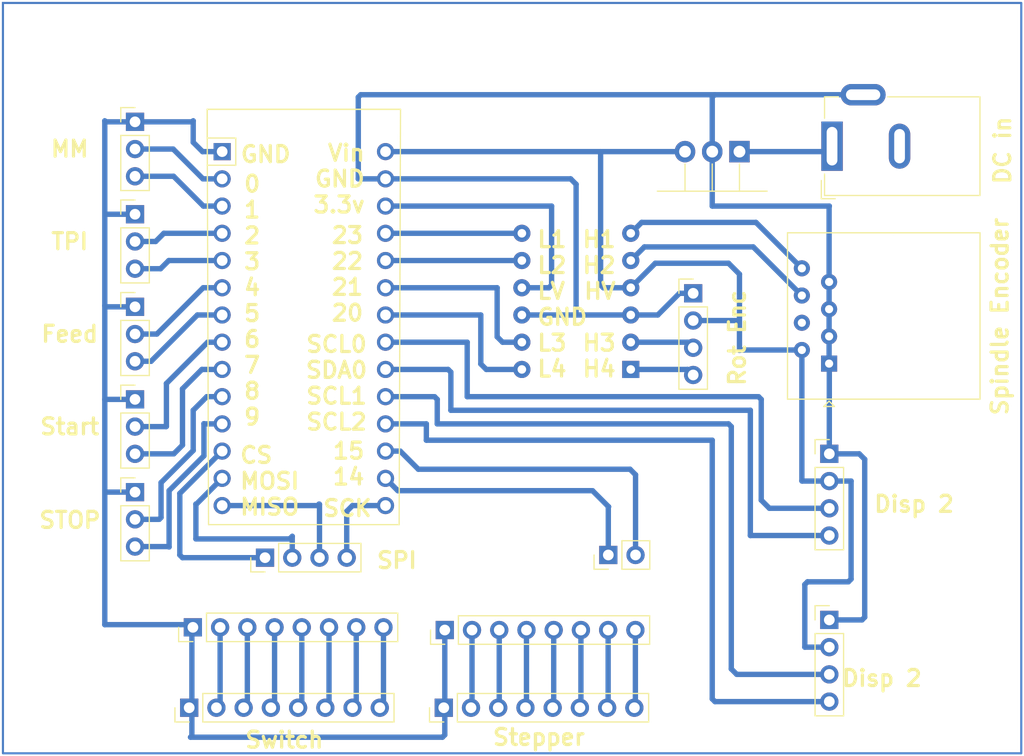
<source format=kicad_pcb>
(kicad_pcb (version 20211014) (generator pcbnew)
  (layers (0 "F.Cu" signal) (31 "B.Cu" signal) (34 "B.Paste" user) (35 "F.Paste" user) (36 "B.SilkS" user "B.Silkscreen") (37 "F.SilkS" user "F.Silkscreen") (38 "B.Mask" user) (39 "F.Mask" user) (44 "Edge.Cuts" user))
  (net 0 "")
  (footprint "Connector_RJ:RJ45_Amphenol_54602-x08_Horizontal" (layer "F.Cu") (at 196.322 90.8965 90)
    (fp_text reference "REF**" hide)
    (fp_text value "RJ45" hide)
    (fp_line (start -3.315 -3.88) (end -3.315 14.08) (layer "F.SilkS") (width 0.12))
    (fp_line (start -3.315 14.08) (end 12.205 14.08) (layer "F.SilkS") (width 0.12))
    (fp_line (start -4 0.5) (end -3.5 0) (layer "F.SilkS") (width 0.12))
    (fp_line (start -3.5 0) (end -4 -0.5) (layer "F.SilkS") (width 0.12))
    (fp_line (start 12.205 -3.88) (end -3.315 -3.88) (layer "F.SilkS") (width 0.12))
    (fp_line (start 12.205 -3.88) (end 12.205 14.08) (layer "F.SilkS") (width 0.12))
    (fp_line (start -4 -0.5) (end -4 0.5) (layer "F.SilkS") (width 0.12))
    (pad "" np_thru_hole circle (at 10.16 6.35 90) (size 3.2 3.2) (drill 3.2) (layers *.Cu *.Mask))
    (pad "" np_thru_hole circle (at -1.27 6.35 90) (size 3.2 3.2) (drill 3.2) (layers *.Cu *.Mask))
    (pad "1" thru_hole rect (at 0 0 90) (size 1.5 1.5) (drill 0.76) (layers *.Cu *.Mask))
    (pad "2" thru_hole circle (at 1.27 -2.54 90) (size 1.5 1.5) (drill 0.76) (layers *.Cu *.Mask))
    (pad "3" thru_hole circle (at 2.54 0 90) (size 1.5 1.5) (drill 0.76) (layers *.Cu *.Mask))
    (pad "4" thru_hole circle (at 3.81 -2.54 90) (size 1.5 1.5) (drill 0.76) (layers *.Cu *.Mask))
    (pad "5" thru_hole circle (at 5.08 0 90) (size 1.5 1.5) (drill 0.76) (layers *.Cu *.Mask))
    (pad "6" thru_hole circle (at 6.35 -2.54 90) (size 1.5 1.5) (drill 0.76) (layers *.Cu *.Mask))
    (pad "7" thru_hole circle (at 7.62 0 90) (size 1.5 1.5) (drill 0.76) (layers *.Cu *.Mask))
    (pad "8" thru_hole circle (at 8.89 -2.54 90) (size 1.5 1.5) (drill 0.76) (layers *.Cu *.Mask))
  )
  (footprint "Connector_PinHeader_2.54mm:PinHeader_1x04_P2.54mm_Vertical" (layer "F.Cu") (at 183.642 84.338)
    (fp_text reference "REF**" hide)
    (fp_text value "PinHeader_1x04_P2.54mm_Vertical" hide)
    (fp_line (start -1.33 -1.33) (end 0 -1.33) (layer "F.SilkS") (width 0.12))
    (fp_line (start -1.33 1.27) (end 1.33 1.27) (layer "F.SilkS") (width 0.12))
    (fp_line (start 1.33 1.27) (end 1.33 8.95) (layer "F.SilkS") (width 0.12))
    (fp_line (start -1.33 1.27) (end -1.33 8.95) (layer "F.SilkS") (width 0.12))
    (fp_line (start -1.33 8.95) (end 1.33 8.95) (layer "F.SilkS") (width 0.12))
    (fp_line (start -1.33 0) (end -1.33 -1.33) (layer "F.SilkS") (width 0.12))
    (pad "1" thru_hole rect (at 0 0) (size 1.7 1.7) (drill 1) (layers *.Cu *.Mask))
    (pad "2" thru_hole oval (at 0 2.54) (size 1.7 1.7) (drill 1) (layers *.Cu *.Mask))
    (pad "3" thru_hole oval (at 0 5.08) (size 1.7 1.7) (drill 1) (layers *.Cu *.Mask))
    (pad "4" thru_hole oval (at 0 7.62) (size 1.7 1.7) (drill 1) (layers *.Cu *.Mask))
  )
  (footprint "Connector_PinHeader_2.54mm:PinHeader_1x03_P2.54mm_Vertical" (layer "F.Cu") (at 131.572 102.885)
    (fp_text reference "REF**" hide)
    (fp_text value "PinHeader_1x03_P2.54mm_Vertical" hide)
    (fp_line (start -1.33 6.41) (end 1.33 6.41) (layer "F.SilkS") (width 0.12))
    (fp_line (start -1.33 0) (end -1.33 -1.33) (layer "F.SilkS") (width 0.12))
    (fp_line (start -1.33 1.27) (end 1.33 1.27) (layer "F.SilkS") (width 0.12))
    (fp_line (start -1.33 -1.33) (end 0 -1.33) (layer "F.SilkS") (width 0.12))
    (fp_line (start 1.33 1.27) (end 1.33 6.41) (layer "F.SilkS") (width 0.12))
    (fp_line (start -1.33 1.27) (end -1.33 6.41) (layer "F.SilkS") (width 0.12))
    (pad "1" thru_hole rect (at 0 0) (size 1.7 1.7) (drill 1) (layers *.Cu *.Mask))
    (pad "2" thru_hole oval (at 0 2.54) (size 1.7 1.7) (drill 1) (layers *.Cu *.Mask))
    (pad "3" thru_hole oval (at 0 5.08) (size 1.7 1.7) (drill 1) (layers *.Cu *.Mask))
  )
  (footprint "Connector_PinHeader_2.54mm:PinHeader_1x08_P2.54mm_Vertical" (layer "F.Cu") (at 136.97 115.5 90)
    (fp_text reference "REF**" hide)
    (fp_text value "PinHeader_1x08_P2.54mm_Vertical" hide)
    (fp_line (start -1.33 19.11) (end 1.33 19.11) (layer "F.SilkS") (width 0.12))
    (fp_line (start -1.33 1.27) (end -1.33 19.11) (layer "F.SilkS") (width 0.12))
    (fp_line (start -1.33 1.27) (end 1.33 1.27) (layer "F.SilkS") (width 0.12))
    (fp_line (start 1.33 1.27) (end 1.33 19.11) (layer "F.SilkS") (width 0.12))
    (fp_line (start -1.33 -1.33) (end 0 -1.33) (layer "F.SilkS") (width 0.12))
    (fp_line (start -1.33 0) (end -1.33 -1.33) (layer "F.SilkS") (width 0.12))
    (pad "1" thru_hole rect (at 0 0 90) (size 1.7 1.7) (drill 1) (layers *.Cu *.Mask))
    (pad "2" thru_hole oval (at 0 2.54 90) (size 1.7 1.7) (drill 1) (layers *.Cu *.Mask))
    (pad "3" thru_hole oval (at 0 5.08 90) (size 1.7 1.7) (drill 1) (layers *.Cu *.Mask))
    (pad "4" thru_hole oval (at 0 7.62 90) (size 1.7 1.7) (drill 1) (layers *.Cu *.Mask))
    (pad "5" thru_hole oval (at 0 10.16 90) (size 1.7 1.7) (drill 1) (layers *.Cu *.Mask))
    (pad "6" thru_hole oval (at 0 12.7 90) (size 1.7 1.7) (drill 1) (layers *.Cu *.Mask))
    (pad "7" thru_hole oval (at 0 15.24 90) (size 1.7 1.7) (drill 1) (layers *.Cu *.Mask))
    (pad "8" thru_hole oval (at 0 17.78 90) (size 1.7 1.7) (drill 1) (layers *.Cu *.Mask))
  )
  (footprint "MountingHole:MountingHole_4mm" (layer "F.Cu") (at 123.25 123.25 90)
    (fp_text reference "REF**" hide)
    (fp_text value "MountingHole_4mm" hide)
    (pad "" np_thru_hole circle (at 0 0 90) (size 4 4) (drill 4) (layers *.Cu *.Mask))
  )
  (footprint "Connector_PinHeader_2.54mm:PinHeader_1x03_P2.54mm_Vertical" (layer "F.Cu") (at 131.572 85.598)
    (fp_text reference "Feed" hide)
    (fp_text value "PinHeader_1x03_P2.54mm_Vertical" hide)
    (fp_line (start 1.33 1.27) (end 1.33 6.41) (layer "F.SilkS") (width 0.12))
    (fp_line (start -1.33 1.27) (end -1.33 6.41) (layer "F.SilkS") (width 0.12))
    (fp_line (start -1.33 0) (end -1.33 -1.33) (layer "F.SilkS") (width 0.12))
    (fp_line (start -1.33 6.41) (end 1.33 6.41) (layer "F.SilkS") (width 0.12))
    (fp_line (start -1.33 -1.33) (end 0 -1.33) (layer "F.SilkS") (width 0.12))
    (fp_line (start -1.33 1.27) (end 1.33 1.27) (layer "F.SilkS") (width 0.12))
    (pad "1" thru_hole rect (at 0 0) (size 1.7 1.7) (drill 1) (layers *.Cu *.Mask))
    (pad "2" thru_hole oval (at 0 2.54) (size 1.7 1.7) (drill 1) (layers *.Cu *.Mask))
    (pad "3" thru_hole oval (at 0 5.08) (size 1.7 1.7) (drill 1) (layers *.Cu *.Mask))
  )
  (footprint "MountingHole:MountingHole_4mm" (layer "F.Cu") (at 210.25 61.25)
    (fp_text reference "REF**" hide)
    (fp_text value "MountingHole_4mm" hide)
    (pad "" np_thru_hole circle (at 0 0) (size 4 4) (drill 4) (layers *.Cu *.Mask))
  )
  (footprint "MountingHole:MountingHole_4mm" (layer "F.Cu") (at 123.25 61.25)
    (fp_text reference "REF**" hide)
    (fp_text value "MountingHole_4mm" hide)
    (pad "" np_thru_hole circle (at 0 0) (size 4 4) (drill 4) (layers *.Cu *.Mask))
  )
  (footprint "Connector_PinHeader_2.54mm:PinHeader_1x04_P2.54mm_Vertical" (layer "F.Cu") (at 196.342 99.314)
    (fp_text reference "REF**" hide)
    (fp_text value "Disp 1" hide)
    (fp_line (start -1.33 0) (end -1.33 -1.33) (layer "F.SilkS") (width 0.12))
    (fp_line (start -1.33 -1.33) (end 0 -1.33) (layer "F.SilkS") (width 0.12))
    (fp_line (start -1.33 1.27) (end 1.33 1.27) (layer "F.SilkS") (width 0.12))
    (fp_line (start -1.33 8.95) (end 1.33 8.95) (layer "F.SilkS") (width 0.12))
    (fp_line (start 1.33 1.27) (end 1.33 8.95) (layer "F.SilkS") (width 0.12))
    (fp_line (start -1.33 1.27) (end -1.33 8.95) (layer "F.SilkS") (width 0.12))
    (pad "1" thru_hole rect (at 0 0) (size 1.7 1.7) (drill 1) (layers *.Cu *.Mask))
    (pad "2" thru_hole oval (at 0 2.54) (size 1.7 1.7) (drill 1) (layers *.Cu *.Mask))
    (pad "3" thru_hole oval (at 0 5.08) (size 1.7 1.7) (drill 1) (layers *.Cu *.Mask))
    (pad "4" thru_hole oval (at 0 7.62) (size 1.7 1.7) (drill 1) (layers *.Cu *.Mask))
  )
  (footprint "Package_DIP:DIP-12_W10.16mm" (layer "F.Cu") (at 177.82 91.44 180)
    (fp_text reference "REF**" hide)
    (fp_text value "1")
    (pad "1" thru_hole rect (at 0 0 180) (size 1.6 1.6) (drill 0.8) (layers *.Cu *.Mask))
    (pad "2" thru_hole oval (at 0 2.54 180) (size 1.6 1.6) (drill 0.8) (layers *.Cu *.Mask))
    (pad "3" thru_hole oval (at 0 5.08 180) (size 1.6 1.6) (drill 0.8) (layers *.Cu *.Mask))
    (pad "4" thru_hole oval (at 0 7.62 180) (size 1.6 1.6) (drill 0.8) (layers *.Cu *.Mask))
    (pad "5" thru_hole oval (at 0 10.16 180) (size 1.6 1.6) (drill 0.8) (layers *.Cu *.Mask))
    (pad "6" thru_hole oval (at 0 12.7 180) (size 1.6 1.6) (drill 0.8) (layers *.Cu *.Mask))
    (pad "7" thru_hole oval (at 10.16 12.7 180) (size 1.6 1.6) (drill 0.8) (layers *.Cu *.Mask))
    (pad "8" thru_hole oval (at 10.16 10.16 180) (size 1.6 1.6) (drill 0.8) (layers *.Cu *.Mask))
    (pad "9" thru_hole oval (at 10.16 7.62 180) (size 1.6 1.6) (drill 0.8) (layers *.Cu *.Mask))
    (pad "10" thru_hole oval (at 10.16 5.08 180) (size 1.6 1.6) (drill 0.8) (layers *.Cu *.Mask))
    (pad "11" thru_hole oval (at 10.16 2.54 180) (size 1.6 1.6) (drill 0.8) (layers *.Cu *.Mask))
    (pad "12" thru_hole oval (at 10.16 0 180) (size 1.6 1.6) (drill 0.8) (layers *.Cu *.Mask))
  )
  (footprint "Connector_PinHeader_2.54mm:PinHeader_1x03_P2.54mm_Vertical" (layer "F.Cu") (at 131.572 68.341)
    (fp_text reference "MM" hide)
    (fp_text value "PinHeader_1x03_P2.54mm_Vertical" hide)
    (fp_line (start -1.33 6.41) (end 1.33 6.41) (layer "F.SilkS") (width 0.12))
    (fp_line (start -1.33 1.27) (end 1.33 1.27) (layer "F.SilkS") (width 0.12))
    (fp_line (start -1.33 0) (end -1.33 -1.33) (layer "F.SilkS") (width 0.12))
    (fp_line (start 1.33 1.27) (end 1.33 6.41) (layer "F.SilkS") (width 0.12))
    (fp_line (start -1.33 1.27) (end -1.33 6.41) (layer "F.SilkS") (width 0.12))
    (fp_line (start -1.33 -1.33) (end 0 -1.33) (layer "F.SilkS") (width 0.12))
    (pad "1" thru_hole rect (at 0 0) (size 1.7 1.7) (drill 1) (layers *.Cu *.Mask))
    (pad "2" thru_hole oval (at 0 2.54) (size 1.7 1.7) (drill 1) (layers *.Cu *.Mask))
    (pad "3" thru_hole oval (at 0 5.08) (size 1.7 1.7) (drill 1) (layers *.Cu *.Mask))
  )
  (footprint "Connector_PinHeader_2.54mm:PinHeader_1x08_P2.54mm_Vertical" (layer "F.Cu") (at 160.375 123 90)
    (fp_text reference "REF**" hide)
    (fp_text value "PinHeader_1x08_P2.54mm_Vertical" hide)
    (fp_line (start -1.33 1.27) (end 1.33 1.27) (layer "F.SilkS") (width 0.12))
    (fp_line (start -1.33 0) (end -1.33 -1.33) (layer "F.SilkS") (width 0.12))
    (fp_line (start -1.33 19.11) (end 1.33 19.11) (layer "F.SilkS") (width 0.12))
    (fp_line (start -1.33 1.27) (end -1.33 19.11) (layer "F.SilkS") (width 0.12))
    (fp_line (start -1.33 -1.33) (end 0 -1.33) (layer "F.SilkS") (width 0.12))
    (fp_line (start 1.33 1.27) (end 1.33 19.11) (layer "F.SilkS") (width 0.12))
    (pad "1" thru_hole rect (at 0 0 90) (size 1.7 1.7) (drill 1) (layers *.Cu *.Mask))
    (pad "2" thru_hole oval (at 0 2.54 90) (size 1.7 1.7) (drill 1) (layers *.Cu *.Mask))
    (pad "3" thru_hole oval (at 0 5.08 90) (size 1.7 1.7) (drill 1) (layers *.Cu *.Mask))
    (pad "4" thru_hole oval (at 0 7.62 90) (size 1.7 1.7) (drill 1) (layers *.Cu *.Mask))
    (pad "5" thru_hole oval (at 0 10.16 90) (size 1.7 1.7) (drill 1) (layers *.Cu *.Mask))
    (pad "6" thru_hole oval (at 0 12.7 90) (size 1.7 1.7) (drill 1) (layers *.Cu *.Mask))
    (pad "7" thru_hole oval (at 0 15.24 90) (size 1.7 1.7) (drill 1) (layers *.Cu *.Mask))
    (pad "8" thru_hole oval (at 0 17.78 90) (size 1.7 1.7) (drill 1) (layers *.Cu *.Mask))
  )
  (footprint "Package_TO_SOT_THT:TO-220-3_Horizontal_TabDown" (layer "F.Cu") (at 187.96 71.12 180)
    (fp_text reference "REF**" hide)
    (fp_text value "Vreg" hide)
    (fp_line (start -2.58 -3.69) (end 7.66 -3.69) (layer "F.SilkS") (width 0.12))
    (fp_line (start 5.08 -3.69) (end 5.08 -1.15) (layer "F.SilkS") (width 0.12))
    (fp_line (start 0 -3.69) (end 0 -1.15) (layer "F.SilkS") (width 0.12))
    (fp_line (start 2.54 -3.69) (end 2.54 -1.15) (layer "F.SilkS") (width 0.12))
    (pad "1" thru_hole rect (at 0 0 180) (size 1.905 2) (drill 1.1) (layers *.Cu *.Mask))
    (pad "2" thru_hole oval (at 2.54 0 180) (size 1.905 2) (drill 1.1) (layers *.Cu *.Mask))
    (pad "3" thru_hole oval (at 5.08 0 180) (size 1.905 2) (drill 1.1) (layers *.Cu *.Mask))
  )
  (footprint "Connector_PinHeader_2.54mm:PinHeader_1x02_P2.54mm_Vertical" (layer "F.Cu") (at 175.725 108.75 90)
    (fp_text reference "REF**" hide)
    (fp_text value "PinHeader_1x02_P2.54mm_Vertical" hide)
    (fp_line (start -1.33 -1.33) (end 0 -1.33) (layer "F.SilkS") (width 0.12))
    (fp_line (start -1.33 1.27) (end -1.33 3.87) (layer "F.SilkS") (width 0.12))
    (fp_line (start 1.33 1.27) (end 1.33 3.87) (layer "F.SilkS") (width 0.12))
    (fp_line (start -1.33 1.27) (end 1.33 1.27) (layer "F.SilkS") (width 0.12))
    (fp_line (start -1.33 3.87) (end 1.33 3.87) (layer "F.SilkS") (width 0.12))
    (fp_line (start -1.33 0) (end -1.33 -1.33) (layer "F.SilkS") (width 0.12))
    (pad "1" thru_hole rect (at 0 0 90) (size 1.7 1.7) (drill 1) (layers *.Cu *.Mask))
    (pad "2" thru_hole oval (at 0 2.54 90) (size 1.7 1.7) (drill 1) (layers *.Cu *.Mask))
  )
  (footprint "Connector_PinHeader_2.54mm:PinHeader_1x03_P2.54mm_Vertical" (layer "F.Cu") (at 131.572 76.962)
    (fp_text reference "TPI" hide)
    (fp_text value "PinHeader_1x03_P2.54mm_Vertical" hide)
    (fp_line (start -1.33 0) (end -1.33 -1.33) (layer "F.SilkS") (width 0.12))
    (fp_line (start -1.33 1.27) (end 1.33 1.27) (layer "F.SilkS") (width 0.12))
    (fp_line (start -1.33 -1.33) (end 0 -1.33) (layer "F.SilkS") (width 0.12))
    (fp_line (start -1.33 1.27) (end -1.33 6.41) (layer "F.SilkS") (width 0.12))
    (fp_line (start -1.33 6.41) (end 1.33 6.41) (layer "F.SilkS") (width 0.12))
    (fp_line (start 1.33 1.27) (end 1.33 6.41) (layer "F.SilkS") (width 0.12))
    (pad "1" thru_hole rect (at 0 0) (size 1.7 1.7) (drill 1) (layers *.Cu *.Mask))
    (pad "2" thru_hole oval (at 0 2.54) (size 1.7 1.7) (drill 1) (layers *.Cu *.Mask))
    (pad "3" thru_hole oval (at 0 5.08) (size 1.7 1.7) (drill 1) (layers *.Cu *.Mask))
  )
  (footprint "Connector_BarrelJack:BarrelJack_GCT_DCJ200-10-A_Horizontal" (layer "F.Cu") (at 196.596 70.612 90)
    (fp_text reference "REF**" hide)
    (fp_text value "BarrelJack_GCT_DCJ200-10-A_Horizontal" hide)
    (fp_line (start -4.6 -0.7) (end -2.6 -0.7) (layer "F.SilkS") (width 0.12))
    (fp_line (start 4.6 5.2) (end 4.6 13.8) (layer "F.SilkS") (width 0.12))
    (fp_line (start -3.2 -1) (end -4.9 -1) (layer "F.SilkS") (width 0.12))
    (fp_line (start -4.9 -1) (end -4.9 0.3) (layer "F.SilkS") (width 0.12))
    (fp_line (start 2.6 -0.7) (end 4.6 -0.7) (layer "F.SilkS") (width 0.12))
    (fp_line (start -4.6 13.8) (end -4.6 -0.7) (layer "F.SilkS") (width 0.12))
    (fp_line (start 4.6 -0.7) (end 4.6 0.6) (layer "F.SilkS") (width 0.12))
    (fp_line (start 4.6 13.8) (end -4.6 13.8) (layer "F.SilkS") (width 0.12))
    (pad "1" thru_hole rect (at 0 0 90) (size 4.6 2) (drill oval 3.6 1) (layers *.Cu *.Mask))
    (pad "2" thru_hole oval (at 0 6.3 90) (size 4.2 2) (drill oval 3.2 1) (layers *.Cu *.Mask))
    (pad "3" thru_hole oval (at 4.8 2.9 90) (size 2 4.2) (drill oval 1 3.2) (layers *.Cu *.Mask))
  )
  (footprint "Connector_PinHeader_2.54mm:PinHeader_1x04_P2.54mm_Vertical" (layer "F.Cu") (at 196.342 114.808)
    (fp_text reference "REF**" hide)
    (fp_text value "Disp 2" hide)
    (fp_line (start 1.33 1.27) (end 1.33 8.95) (layer "F.SilkS") (width 0.12))
    (fp_line (start -1.33 -1.33) (end 0 -1.33) (layer "F.SilkS") (width 0.12))
    (fp_line (start -1.33 8.95) (end 1.33 8.95) (layer "F.SilkS") (width 0.12))
    (fp_line (start -1.33 0) (end -1.33 -1.33) (layer "F.SilkS") (width 0.12))
    (fp_line (start -1.33 1.27) (end -1.33 8.95) (layer "F.SilkS") (width 0.12))
    (fp_line (start -1.33 1.27) (end 1.33 1.27) (layer "F.SilkS") (width 0.12))
    (pad "1" thru_hole rect (at 0 0) (size 1.7 1.7) (drill 1) (layers *.Cu *.Mask))
    (pad "2" thru_hole oval (at 0 2.54) (size 1.7 1.7) (drill 1) (layers *.Cu *.Mask))
    (pad "3" thru_hole oval (at 0 5.08) (size 1.7 1.7) (drill 1) (layers *.Cu *.Mask))
    (pad "4" thru_hole oval (at 0 7.62) (size 1.7 1.7) (drill 1) (layers *.Cu *.Mask))
  )
  (footprint "Connector_PinHeader_2.54mm:PinHeader_1x04_P2.54mm_Vertical" (layer "F.Cu") (at 143.7 109 90)
    (fp_text reference "REF**" hide)
    (fp_text value "Disp 2" hide)
    (fp_line (start -1.33 0) (end -1.33 -1.33) (layer "F.SilkS") (width 0.12))
    (fp_line (start -1.33 -1.33) (end 0 -1.33) (layer "F.SilkS") (width 0.12))
    (fp_line (start -1.33 1.27) (end 1.33 1.27) (layer "F.SilkS") (width 0.12))
    (fp_line (start -1.33 1.27) (end -1.33 8.95) (layer "F.SilkS") (width 0.12))
    (fp_line (start -1.33 8.95) (end 1.33 8.95) (layer "F.SilkS") (width 0.12))
    (fp_line (start 1.33 1.27) (end 1.33 8.95) (layer "F.SilkS") (width 0.12))
    (pad "1" thru_hole rect (at 0 0 90) (size 1.7 1.7) (drill 1) (layers *.Cu *.Mask))
    (pad "2" thru_hole oval (at 0 2.54 90) (size 1.7 1.7) (drill 1) (layers *.Cu *.Mask))
    (pad "3" thru_hole oval (at 0 5.08 90) (size 1.7 1.7) (drill 1) (layers *.Cu *.Mask))
    (pad "4" thru_hole oval (at 0 7.62 90) (size 1.7 1.7) (drill 1) (layers *.Cu *.Mask))
  )
  (footprint "Connector_PinHeader_2.54mm:PinHeader_1x08_P2.54mm_Vertical" (layer "F.Cu") (at 136.625 123 90)
    (fp_text reference "REF**" hide)
    (fp_text value "PinHeader_1x08_P2.54mm_Vertical" hide)
    (fp_line (start -1.33 1.27) (end 1.33 1.27) (layer "F.SilkS") (width 0.12))
    (fp_line (start 1.33 1.27) (end 1.33 19.11) (layer "F.SilkS") (width 0.12))
    (fp_line (start -1.33 -1.33) (end 0 -1.33) (layer "F.SilkS") (width 0.12))
    (fp_line (start -1.33 0) (end -1.33 -1.33) (layer "F.SilkS") (width 0.12))
    (fp_line (start -1.33 19.11) (end 1.33 19.11) (layer "F.SilkS") (width 0.12))
    (fp_line (start -1.33 1.27) (end -1.33 19.11) (layer "F.SilkS") (width 0.12))
    (pad "1" thru_hole rect (at 0 0 90) (size 1.7 1.7) (drill 1) (layers *.Cu *.Mask))
    (pad "2" thru_hole oval (at 0 2.54 90) (size 1.7 1.7) (drill 1) (layers *.Cu *.Mask))
    (pad "3" thru_hole oval (at 0 5.08 90) (size 1.7 1.7) (drill 1) (layers *.Cu *.Mask))
    (pad "4" thru_hole oval (at 0 7.62 90) (size 1.7 1.7) (drill 1) (layers *.Cu *.Mask))
    (pad "5" thru_hole oval (at 0 10.16 90) (size 1.7 1.7) (drill 1) (layers *.Cu *.Mask))
    (pad "6" thru_hole oval (at 0 12.7 90) (size 1.7 1.7) (drill 1) (layers *.Cu *.Mask))
    (pad "7" thru_hole oval (at 0 15.24 90) (size 1.7 1.7) (drill 1) (layers *.Cu *.Mask))
    (pad "8" thru_hole oval (at 0 17.78 90) (size 1.7 1.7) (drill 1) (layers *.Cu *.Mask))
  )
  (footprint "Module:Arduino_Nano" (layer "F.Cu") (at 139.7 71.12)
    (fp_text reference "REF**" hide)
    (fp_text value "Teensy 4" hide)
    (fp_line (start 1.27 -1.27) (end -1.4 -1.27) (layer "F.SilkS") (width 0.12))
    (fp_line (start -1.4 -3.94) (end -1.4 -1.27) (layer "F.SilkS") (width 0.12))
    (fp_line (start 16.64 -3.94) (end -1.4 -3.94) (layer "F.SilkS") (width 0.12))
    (fp_line (start 16.51 34.798) (end -1.27 34.798) (layer "F.SilkS") (width 0.12))
    (fp_line (start 1.27 1.27) (end -1.4 1.27) (layer "F.SilkS") (width 0.12))
    (fp_line (start -1.4 -3.94) (end 16.64 -3.94) (layer "F.SilkS") (width 0.12))
    (fp_line (start 1.27 1.27) (end 1.27 -1.27) (layer "F.SilkS") (width 0.12))
    (fp_line (start -1.27 34.798) (end -1.4 -3.94) (layer "F.SilkS") (width 0.12))
    (fp_line (start 16.64 -3.94) (end 16.51 34.798) (layer "F.SilkS") (width 0.12))
    (pad "0" thru_hole oval locked (at 0 2.54) (size 1.6 1.6) (drill 1) (layers *.Cu *.Mask))
    (pad "1" thru_hole oval locked (at 0 5.08) (size 1.6 1.6) (drill 1) (layers *.Cu *.Mask))
    (pad "2" thru_hole oval locked (at 0 7.62) (size 1.6 1.6) (drill 1) (layers *.Cu *.Mask))
    (pad "3" thru_hole oval locked (at 0 10.16) (size 1.6 1.6) (drill 1) (layers *.Cu *.Mask))
    (pad "3.3v" thru_hole oval locked (at 15.24 5.08) (size 1.6 1.6) (drill 1) (layers *.Cu *.Mask))
    (pad "4" thru_hole oval locked (at 0 12.7) (size 1.6 1.6) (drill 1) (layers *.Cu *.Mask))
    (pad "5" thru_hole oval locked (at 0 15.24) (size 1.6 1.6) (drill 1) (layers *.Cu *.Mask))
    (pad "6" thru_hole oval locked (at 0 17.78) (size 1.6 1.6) (drill 1) (layers *.Cu *.Mask))
    (pad "7" thru_hole oval locked (at 0 20.32) (size 1.6 1.6) (drill 1) (layers *.Cu *.Mask))
    (pad "8" thru_hole oval locked (at 0 22.86) (size 1.6 1.6) (drill 1) (layers *.Cu *.Mask))
    (pad "9" thru_hole oval locked (at 0 25.4) (size 1.6 1.6) (drill 1) (layers *.Cu *.Mask))
    (pad "10" thru_hole oval locked (at 0 27.94) (size 1.6 1.6) (drill 1) (layers *.Cu *.Mask))
    (pad "11" thru_hole oval locked (at 0 30.48) (size 1.6 1.6) (drill 1) (layers *.Cu *.Mask))
    (pad "12" thru_hole oval locked (at 0 33.02) (size 1.6 1.6) (drill 1) (layers *.Cu *.Mask))
    (pad "13" thru_hole oval locked (at 15.24 33.02) (size 1.6 1.6) (drill 1) (layers *.Cu *.Mask))
    (pad "14" thru_hole oval locked (at 15.24 30.48) (size 1.6 1.6) (drill 1) (layers *.Cu *.Mask))
    (pad "15" thru_hole oval locked (at 15.24 27.94) (size 1.6 1.6) (drill 1) (layers *.Cu *.Mask))
    (pad "16" thru_hole oval locked (at 15.24 25.4) (size 1.6 1.6) (drill 1) (layers *.Cu *.Mask))
    (pad "17" thru_hole oval locked (at 15.24 22.86) (size 1.6 1.6) (drill 1) (layers *.Cu *.Mask))
    (pad "18" thru_hole oval locked (at 15.24 20.32) (size 1.6 1.6) (drill 1) (layers *.Cu *.Mask))
    (pad "19" thru_hole oval locked (at 15.24 17.78) (size 1.6 1.6) (drill 1) (layers *.Cu *.Mask))
    (pad "20" thru_hole oval locked (at 15.24 15.24) (size 1.6 1.6) (drill 1) (layers *.Cu *.Mask))
    (pad "21" thru_hole oval locked (at 15.24 12.7) (size 1.6 1.6) (drill 1) (layers *.Cu *.Mask))
    (pad "22" thru_hole oval locked (at 15.24 10.16) (size 1.6 1.6) (drill 1) (layers *.Cu *.Mask))
    (pad "23" thru_hole oval locked (at 15.24 7.62) (size 1.6 1.6) (drill 1) (layers *.Cu *.Mask))
    (pad "30" thru_hole oval locked (at 15.24 0) (size 1.6 1.6) (drill 1) (layers *.Cu *.Mask))
    (pad "GND" thru_hole rect locked (at 0 0) (size 1.6 1.6) (drill 1) (layers *.Cu *.Mask))
    (pad "GND" thru_hole oval locked (at 15.24 2.54) (size 1.6 1.6) (drill 1) (layers *.Cu *.Mask))
  )
  (footprint "MountingHole:MountingHole_4mm" (layer "F.Cu") (at 210.25 123.25)
    (fp_text reference "REF**" hide)
    (fp_text value "MountingHole_4mm" hide)
    (pad "" np_thru_hole circle (at 0 0) (size 4 4) (drill 4) (layers *.Cu *.Mask))
  )
  (footprint "Connector_PinHeader_2.54mm:PinHeader_1x03_P2.54mm_Vertical" (layer "F.Cu") (at 131.572 94.234)
    (fp_text reference "REF**" hide)
    (fp_text value "PinHeader_1x03_P2.54mm_Vertical" hide)
    (fp_line (start -1.33 -1.33) (end 0 -1.33) (layer "F.SilkS") (width 0.12))
    (fp_line (start -1.33 1.27) (end 1.33 1.27) (layer "F.SilkS") (width 0.12))
    (fp_line (start 1.33 1.27) (end 1.33 6.41) (layer "F.SilkS") (width 0.12))
    (fp_line (start -1.33 1.27) (end -1.33 6.41) (layer "F.SilkS") (width 0.12))
    (fp_line (start -1.33 6.41) (end 1.33 6.41) (layer "F.SilkS") (width 0.12))
    (fp_line (start -1.33 0) (end -1.33 -1.33) (layer "F.SilkS") (width 0.12))
    (pad "1" thru_hole rect (at 0 0) (size 1.7 1.7) (drill 1) (layers *.Cu *.Mask))
    (pad "2" thru_hole oval (at 0 2.54) (size 1.7 1.7) (drill 1) (layers *.Cu *.Mask))
    (pad "3" thru_hole oval (at 0 5.08) (size 1.7 1.7) (drill 1) (layers *.Cu *.Mask))
  )
  (footprint "Connector_PinHeader_2.54mm:PinHeader_1x08_P2.54mm_Vertical" (layer "F.Cu") (at 160.47 115.75 90)
    (fp_text reference "REF**" hide)
    (fp_text value "PinHeader_1x08_P2.54mm_Vertical" hide)
    (fp_line (start -1.33 1.27) (end -1.33 19.11) (layer "F.SilkS") (width 0.12))
    (fp_line (start -1.33 -1.33) (end 0 -1.33) (layer "F.SilkS") (width 0.12))
    (fp_line (start -1.33 1.27) (end 1.33 1.27) (layer "F.SilkS") (width 0.12))
    (fp_line (start 1.33 1.27) (end 1.33 19.11) (layer "F.SilkS") (width 0.12))
    (fp_line (start -1.33 19.11) (end 1.33 19.11) (layer "F.SilkS") (width 0.12))
    (fp_line (start -1.33 0) (end -1.33 -1.33) (layer "F.SilkS") (width 0.12))
    (pad "1" thru_hole rect (at 0 0 90) (size 1.7 1.7) (drill 1) (layers *.Cu *.Mask))
    (pad "2" thru_hole oval (at 0 2.54 90) (size 1.7 1.7) (drill 1) (layers *.Cu *.Mask))
    (pad "3" thru_hole oval (at 0 5.08 90) (size 1.7 1.7) (drill 1) (layers *.Cu *.Mask))
    (pad "4" thru_hole oval (at 0 7.62 90) (size 1.7 1.7) (drill 1) (layers *.Cu *.Mask))
    (pad "5" thru_hole oval (at 0 10.16 90) (size 1.7 1.7) (drill 1) (layers *.Cu *.Mask))
    (pad "6" thru_hole oval (at 0 12.7 90) (size 1.7 1.7) (drill 1) (layers *.Cu *.Mask))
    (pad "7" thru_hole oval (at 0 15.24 90) (size 1.7 1.7) (drill 1) (layers *.Cu *.Mask))
    (pad "8" thru_hole oval (at 0 17.78 90) (size 1.7 1.7) (drill 1) (layers *.Cu *.Mask))
  )
  (gr_rect (start 119.25 57.25) (end 214.25 127.25) (layer "B.Cu") (width 0.2) (fill none))
  (gr_text "Stepper" (at 169.25 125.75) (layer "F.SilkS") (effects (font (size 1.5 1.5) (thickness 0.3))))
  (gr_text "SPI" (at 156 109.25) (layer "F.SilkS") (effects (font (size 1.5 1.5) (thickness 0.3))))
  (gr_text "Start" (at 125.476 96.774) (layer "F.SilkS") (effects (font (size 1.5 1.5) (thickness 0.3))))
  (gr_text "Rot Enc" (at 187.75 88.5 90) (layer "F.SilkS") (effects (font (size 1.5 1.5) (thickness 0.3))))
  (gr_text "0\n1\n2\n3\n4\n5\n6\n7\n8\n9" (at 142.5 85) (layer "F.SilkS") (effects (font (size 1.5 1.5) (thickness 0.3))))
  (gr_text "Switch" (at 145.5 126) (layer "F.SilkS") (effects (font (size 1.5 1.5) (thickness 0.3))))
  (gr_text "GND" (at 143.764 71.374) (layer "F.SilkS") (effects (font (size 1.5 1.5) (thickness 0.3))))
  (gr_text "Disp 2" (at 201.25 120.25) (layer "F.SilkS") (effects (font (size 1.5 1.5) (thickness 0.3))))
  (gr_text "H1\nH2\nHV\n\nH3\nH4" (at 176.57 85.344) (layer "F.SilkS") (effects (font (size 1.5 1.5) (thickness 0.3)) (justify right)))
  (gr_text "STOP" (at 125.5 105.5) (layer "F.SilkS") (effects (font (size 1.5 1.5) (thickness 0.3))))
  (gr_text "TPI" (at 125.476 79.502) (layer "F.SilkS") (effects (font (size 1.5 1.5) (thickness 0.3))))
  (gr_text "15\n14" (at 151.5 100.25) (layer "F.SilkS") (effects (font (size 1.5 1.5) (thickness 0.3))))
  (gr_text "23\n22\n21\n20" (at 151.384 82.55) (layer "F.SilkS") (effects (font (size 1.5 1.5) (thickness 0.3))))
  (gr_text "Spindle Encoder" (at 212.25 86.5 90) (layer "F.SilkS") (effects (font (size 1.5 1.5) (thickness 0.3))))
  (gr_text "Disp 2" (at 204.25 104) (layer "F.SilkS") (effects (font (size 1.5 1.5) (thickness 0.3))))
  (gr_text "DC in" (at 212.5 71 90) (layer "F.SilkS") (effects (font (size 1.5 1.5) (thickness 0.3))))
  (gr_text "Feed" (at 125.476 88.138) (layer "F.SilkS") (effects (font (size 1.5 1.5) (thickness 0.3))))
  (gr_text "SCK" (at 151.384 104.394) (layer "F.SilkS") (effects (font (size 1.5 1.5) (thickness 0.3))))
  (gr_text "SCL0\nSDA0\nSCL1\nSCL2" (at 150.368 92.71) (layer "F.SilkS") (effects (font (size 1.5 1.5) (thickness 0.3))))
  (gr_text "Vin\nGND\n3.3v" (at 153.162 73.66) (layer "F.SilkS") (effects (font (size 1.5 1.5) (thickness 0.3)) (justify right)))
  (gr_text "CS\nMOSI\nMISO" (at 141.224 101.854) (layer "F.SilkS") (effects (font (size 1.5 1.5) (thickness 0.3)) (justify left)))
  (gr_text "MM" (at 125.476 70.866) (layer "F.SilkS") (effects (font (size 1.5 1.5) (thickness 0.3)) (justify mirror)))
  (gr_text "L1\nL2\nLV\nGND\nL3\nL4" (at 168.95 85.344) (layer "F.SilkS") (effects (font (size 1.5 1.5) (thickness 0.3)) (justify left)))
  (segment (start 128.848 85.598) (end 128.75 85.5) (width 0.5) (layer "B.Cu") (net 0))
  (segment (start 187.96 71.12) (end 196.088 71.12) (width 0.5) (layer "B.Cu") (net 0))
  (segment (start 193.802 101.854) (end 198.374 101.854) (width 0.5) (layer "B.Cu") (net 0))
  (segment (start 134 105.25) (end 133.825 105.425) (width 0.5) (layer "B.Cu") (net 0))
  (segment (start 152.4 66.04) (end 152.4 73.66) (width 0.5) (layer "B.Cu") (net 0))
  (segment (start 163.83 86.36) (end 154.94 86.36) (width 0.5) (layer "B.Cu") (net 0))
  (segment (start 168.09 122.905) (end 167.995 123) (width 0.5) (layer "B.Cu") (net 0))
  (segment (start 180.106 81.534) (end 186.944 81.534) (width 0.5) (layer "B.Cu") (net 0))
  (segment (start 139.51 115.5) (end 139.51 122.655) (width 0.5) (layer "B.Cu") (net 0))
  (segment (start 189.738 93.98) (end 162.56 93.98) (width 0.5) (layer "B.Cu") (net 0))
  (segment (start 161.036 95.25) (end 188.976 95.25) (width 0.5) (layer "B.Cu") (net 0))
  (segment (start 172.72 74.168) (end 172.212 73.66) (width 0.5) (layer "B.Cu") (net 0))
  (segment (start 196.342 76.2) (end 185.42 76.2) (width 0.5) (layer "B.Cu") (net 0))
  (segment (start 162.56 88.9) (end 154.94 88.9) (width 0.5) (layer "B.Cu") (net 0))
  (segment (start 147.13 115.5) (end 147.13 122.655) (width 0.5) (layer "B.Cu") (net 0))
  (segment (start 162.56 93.98) (end 162.56 88.9) (width 0.5) (layer "B.Cu") (net 0))
  (segment (start 196.342 90.9165) (end 196.322 90.8965) (width 0.5) (layer "B.Cu") (net 0))
  (segment (start 139.51 122.655) (end 139.165 123) (width 0.5) (layer "B.Cu") (net 0))
  (segment (start 156.09 102.75) (end 174.25 102.75) (width 0.5) (layer "B.Cu") (net 0))
  (segment (start 128.75 68.25) (end 128.75 115.25) (width 0.5) (layer "B.Cu") (net 0))
  (segment (start 152.628 65.812) (end 152.4 66.04) (width 0.5) (layer "B.Cu") (net 0))
  (segment (start 135.186 99.314) (end 136 98.5) (width 0.5) (layer "B.Cu") (net 0))
  (segment (start 193.782 101.834) (end 193.782 89.6265) (width 0.5) (layer "B.Cu") (net 0))
  (segment (start 137 70.25) (end 137 68.25) (width 0.5) (layer "B.Cu") (net 0))
  (segment (start 193.782 84.5465) (end 189.2455 80.01) (width 0.5) (layer "B.Cu") (net 0))
  (segment (start 139.7 104.14) (end 148.61 104.14) (width 0.5) (layer "B.Cu") (net 0))
  (segment (start 137.95 76.2) (end 139.7 76.2) (width 0.5) (layer "B.Cu") (net 0))
  (segment (start 185.42 98.044) (end 158.75 98.044) (width 0.5) (layer "B.Cu") (net 0))
  (segment (start 154.94 71.12) (end 182.88 71.12) (width 0.5) (layer "B.Cu") (net 0))
  (segment (start 128.75 115.25) (end 137 115.25) (width 0.5) (layer "B.Cu") (net 0))
  (segment (start 138 96.5) (end 138 99.5) (width 0.5) (layer "B.Cu") (net 0))
  (segment (start 142.05 122.655) (end 141.705 123) (width 0.5) (layer "B.Cu") (net 0))
  (segment (start 189.2455 80.01) (end 179.09 80.01) (width 0.5) (layer "B.Cu") (net 0))
  (segment (start 134.715 107.965) (end 131.572 107.965) (width 0.5) (layer "B.Cu") (net 0))
  (segment (start 177.82 83.82) (end 175.26 83.82) (width 0.5) (layer "B.Cu") (net 0))
  (segment (start 170.434 76.2) (end 154.94 76.2) (width 0.5) (layer "B.Cu") (net 0))
  (segment (start 154.94 99.06) (end 156.31 99.06) (width 0.5) (layer "B.Cu") (net 0))
  (segment (start 131.572 99.314) (end 135.186 99.314) (width 0.5) (layer "B.Cu") (net 0))
  (segment (start 175.71 122.905) (end 175.615 123) (width 0.5) (layer "B.Cu") (net 0))
  (segment (start 178.836 77.724) (end 177.82 78.74) (width 0.5) (layer "B.Cu") (net 0))
  (segment (start 165.354 88.392) (end 165.354 83.82) (width 0.5) (layer "B.Cu") (net 0))
  (segment (start 198.374 110.998) (end 198.12 111.252) (width 0.5) (layer "B.Cu") (net 0))
  (segment (start 136.875 125.625) (end 136.75 125.75) (width 0.5) (layer "B.Cu") (net 0))
  (segment (start 170.63 115.75) (end 170.63 122.905) (width 0.5) (layer "B.Cu") (net 0))
  (segment (start 165.55 122.905) (end 165.455 123) (width 0.5) (layer "B.Cu") (net 0))
  (segment (start 147.13 122.655) (end 146.785 123) (width 0.5) (layer "B.Cu") (net 0))
  (segment (start 131.572 76.962) (end 129.038 76.962) (width 0.5) (layer "B.Cu") (net 0))
  (segment (start 139.7 96.52) (end 138.02 96.52) (width 0.5) (layer "B.Cu") (net 0))
  (segment (start 139.7 83.82) (end 137.93 83.82) (width 0.5) (layer "B.Cu") (net 0))
  (segment (start 167.66 86.36) (end 180.34 86.36) (width 0.5) (layer "B.Cu") (net 0))
  (segment (start 160.782 91.44) (end 161.036 91.694) (width 0.5) (layer "B.Cu") (net 0))
  (segment (start 137.25 107.25) (end 146 107.25) (width 0.5) (layer "B.Cu") (net 0))
  (segment (start 152.4 73.66) (end 172.212 73.66) (width 0.5) (layer "B.Cu") (net 0))
  (segment (start 194.056 111.506) (end 194.056 117.348) (width 0.5) (layer "B.Cu") (net 0))
  (segment (start 154.94 81.28) (end 167.66 81.28) (width 0.5) (layer "B.Cu") (net 0))
  (segment (start 139.7 88.9) (end 138.35 88.9) (width 0.5) (layer "B.Cu") (net 0))
  (segment (start 172.72 86.36) (end 172.72 74.168) (width 0.5) (layer "B.Cu") (net 0))
  (segment (start 196.088 71.12) (end 196.596 70.612) (width 0.5) (layer "B.Cu") (net 0))
  (segment (start 187.96 82.55) (end 187.96 89.662) (width 0.5) (layer "B.Cu") (net 0))
  (segment (start 196.322 76.22) (end 196.342 76.2) (width 0.5) (layer "B.Cu") (net 0))
  (segment (start 178.265 101.265) (end 177.75 100.75) (width 0.5) (layer "B.Cu") (net 0))
  (segment (start 137.39 86.36) (end 133.072 90.678) (width 0.5) (layer "B.Cu") (net 0))
  (segment (start 137.91 73.66) (end 135.131 70.881) (width 0.5) (layer "B.Cu") (net 0))
  (segment (start 138.35 88.9) (end 134.5 92.75) (width 0.5) (layer "B.Cu") (net 0))
  (segment (start 136 93.25) (end 137.81 91.44) (width 0.5) (layer "B.Cu") (net 0))
  (segment (start 167.66 88.9) (end 165.862 88.9) (width 0.5) (layer "B.Cu") (net 0))
  (segment (start 134.476 96.774) (end 131.572 96.774) (width 0.5) (layer "B.Cu") (net 0))
  (segment (start 154.94 104.14) (end 151.86 104.14) (width 0.5) (layer "B.Cu") (net 0))
  (segment (start 199.644 114.554) (end 199.644 99.822) (width 0.5) (layer "B.Cu") (net 0))
  (segment (start 131.572 85.598) (end 128.848 85.598) (width 0.5) (layer "B.Cu") (net 0))
  (segment (start 188.976 106.934) (end 196.342 106.934) (width 0.5) (layer "B.Cu") (net 0))
  (segment (start 158 100.75) (end 156.31 99.06) (width 0.5) (layer "B.Cu") (net 0))
  (segment (start 187.9955 89.6265) (end 193.782 89.6265) (width 0.5) (layer "B.Cu") (net 0))
  (segment (start 196.342 114.808) (end 199.39 114.808) (width 0.5) (layer "B.Cu") (net 0))
  (segment (start 160.25 125.75) (end 160.47 125.53) (width 0.5) (layer "B.Cu") (net 0))
  (segment (start 142.05 115.5) (end 142.05 122.655) (width 0.5) (layer "B.Cu") (net 0))
  (segment (start 174.25 102.75) (end 175.75 104.25) (width 0.5) (layer "B.Cu") (net 0))
  (segment (start 135.171 73.421) (end 137.95 76.2) (width 0.5) (layer "B.Cu") (net 0))
  (segment (start 182.362 84.338) (end 180.34 86.36) (width 0.5) (layer "B.Cu") (net 0))
  (segment (start 137.3 104) (end 137.25 104) (width 0.5) (layer "B.Cu") (net 0))
  (segment (start 183.124 88.9) (end 183.642 89.418) (width 0.5) (layer "B.Cu") (net 0))
  (segment (start 149.67 122.655) (end 149.325 123) (width 0.5) (layer "B.Cu") (net 0))
  (segment (start 196.322 90.8965) (end 196.322 76.22) (width 0.5) (layer "B.Cu") (net 0))
  (segment (start 138.27 93.98) (end 137 95.25) (width 0.5) (layer "B.Cu") (net 0))
  (segment (start 185.42 122.174) (end 185.42 98.044) (width 0.5) (layer "B.Cu") (net 0))
  (segment (start 134 102) (end 134 105.25) (width 0.5) (layer "B.Cu") (net 0))
  (segment (start 131.572 79.502) (end 133.498 79.502) (width 0.5) (layer "B.Cu") (net 0))
  (segment (start 187.198 96.774) (end 186.944 96.52) (width 0.5) (layer "B.Cu") (net 0))
  (segment (start 137 115.25) (end 136.875 115.375) (width 0.5) (layer "B.Cu") (net 0))
  (segment (start 194.056 117.348) (end 196.342 117.348) (width 0.5) (layer "B.Cu") (net 0))
  (segment (start 173.17 122.905) (end 173.075 123) (width 0.5) (layer "B.Cu") (net 0))
  (segment (start 189.4995 77.724) (end 178.836 77.724) (width 0.5) (layer "B.Cu") (net 0))
  (segment (start 133.825 105.425) (end 131.572 105.425) (width 0.5) (layer "B.Cu") (net 0))
  (segment (start 152.628 65.812) (end 199.496 65.812) (width 0.5) (layer "B.Cu") (net 0))
  (segment (start 139.7 99.06) (end 135.75 103.01) (width 0.5) (layer "B.Cu") (net 0))
  (segment (start 161.036 91.694) (end 161.036 95.25) (width 0.5) (layer "B.Cu") (net 0))
  (segment (start 133.072 90.678) (end 131.572 90.678) (width 0.5) (layer "B.Cu") (net 0))
  (segment (start 194.31 111.252) (end 194.056 111.506) (width 0.5) (layer "B.Cu") (net 0))
  (segment (start 193.802 101.854) (end 193.782 101.834) (width 0.5) (layer "B.Cu") (net 0))
  (segment (start 193.782 82.0065) (end 189.4995 77.724) (width 0.5) (layer "B.Cu") (net 0))
  (segment (start 148.75 104) (end 148.78 104.03) (width 0.5) (layer "B.Cu") (net 0))
  (segment (start 139.7 101.6) (end 137.3 104) (width 0.5) (layer "B.Cu") (net 0))
  (segment (start 134.72 81.28) (end 133.958 82.042) (width 0.5) (layer "B.Cu") (net 0))
  (segment (start 137.87 71.12) (end 137 70.25) (width 0.5) (layer "B.Cu") (net 0))
  (segment (start 149.67 115.5) (end 149.67 122.655) (width 0.5) (layer "B.Cu") (net 0))
  (segment (start 131.572 102.885) (end 128.885 102.885) (width 0.5) (layer "B.Cu") (net 0))
  (segment (start 177.82 83.82) (end 180.106 81.534) (width 0.5) (layer "B.Cu") (net 0))
  (segment (start 196.342 122.428) (end 185.674 122.428) (width 0.5) (layer "B.Cu") (net 0))
  (segment (start 154.75 122.655) (end 154.405 123) (width 0.5) (layer "B.Cu") (net 0))
  (segment (start 136.875 115.375) (end 136.875 125.625) (width 0.5) (layer "B.Cu") (net 0))
  (segment (start 154.94 91.44) (end 160.782 91.44) (width 0.5) (layer "B.Cu") (net 0))
  (segment (start 136 98.5) (end 136 93.25) (width 0.5) (layer "B.Cu") (net 0))
  (segment (start 138.02 96.52) (end 138 96.5) (width 0.5) (layer "B.Cu") (net 0))
  (segment (start 196.342 104.394) (end 190.754 104.394) (width 0.5) (layer "B.Cu") (net 0))
  (segment (start 144.59 122.655) (end 144.245 123) (width 0.5) (layer "B.Cu") (net 0))
  (segment (start 163.83 90.932) (end 163.83 86.36) (width 0.5) (layer "B.Cu") (net 0))
  (segment (start 167.66 83.82) (end 170.18 83.82) (width 0.5) (layer "B.Cu") (net 0))
  (segment (start 163.01 115.75) (end 163.01 122.905) (width 0.5) (layer "B.Cu") (net 0))
  (segment (start 139.7 93.98) (end 138.27 93.98) (width 0.5) (layer "B.Cu") (net 0))
  (segment (start 137 99) (end 134 102) (width 0.5) (layer "B.Cu") (net 0))
  (segment (start 163.01 122.905) (end 162.915 123) (width 0.5) (layer "B.Cu") (net 0))
  (segment (start 158.75 96.52) (end 154.94 96.52) (width 0.5) (layer "B.Cu") (net 0))
  (segment (start 135.75 108.75) (end 136 109) (width 0.5) (layer "B.Cu") (net 0))
  (segment (start 148.78 104.03) (end 148.78 109) (width 0.5) (layer "B.Cu") (net 0))
  (segment (start 159.766 96.52) (end 159.766 94.234) (width 0.5) (layer "B.Cu") (net 0))
  (segment (start 128.75 68.25) (end 128.841 68.341) (width 0.5) (layer "B.Cu") (net 0))
  (segment (start 134.75 108) (end 134.715 107.965) (width 0.5) (layer "B.Cu") (net 0))
  (segment (start 156.09 102.75) (end 154.94 101.6) (width 0.5) (layer "B.Cu") (net 0))
  (segment (start 165.354 83.82) (end 154.94 83.82) (width 0.5) (layer "B.Cu") (net 0))
  (segment (start 183.642 84.338) (end 182.362 84.338) (width 0.5) (layer "B.Cu") (net 0))
  (segment (start 134.26 78.74) (end 139.7 78.74) (width 0.5) (layer "B.Cu") (net 0))
  (segment (start 196.342 119.888) (end 187.706 119.888) (width 0.5) (layer "B.Cu") (net 0))
  (segment (start 177.82 91.44) (end 183.124 91.44) (width 0.5) (layer "B.Cu") (net 0))
  (segment (start 128.766 94.234) (end 128.75 94.25) (width 0.5) (layer "B.Cu") (net 0))
  (segment (start 198.12 111.252) (end 194.31 111.252) (width 0.5) (layer "B.Cu") (net 0))
  (segment (start 175.71 115.75) (end 175.71 122.905) (width 0.5) (layer "B.Cu") (net 0))
  (segment (start 133.498 79.502) (end 134.26 78.74) (width 0.5) (layer "B.Cu") (net 0))
  (segment (start 179.09 80.01) (end 177.82 81.28) (width 0.5) (layer "B.Cu") (net 0))
  (segment (start 175.26 83.82) (end 175.006 83.566) (width 0.5) (layer "B.Cu") (net 0))
  (segment (start 137.81 91.44) (end 139.7 91.44) (width 0.5) (layer "B.Cu") (net 0))
  (segment (start 167.66 91.44) (end 164.338 91.44) (width 0.5) (layer "B.Cu") (net 0))
  (segment (start 159.512 93.98) (end 159.766 94.234) (width 0.5) (layer "B.Cu") (net 0))
  (segment (start 137.25 104) (end 137.25 107.25) (width 0.5) (layer "B.Cu") (net 0))
  (segment (start 178.25 122.905) (end 178.155 123) (width 0.5) (layer "B.Cu") (net 0))
  (segment (start 135.75 103.01) (end 135.75 108.75) (width 0.5) (layer "B.Cu") (net 0))
  (segment (start 185.42 76.2) (end 185.42 66.04) (width 0.5) (layer "B.Cu") (net 0))
  (segment (start 152.21 115.5) (end 152.21 122.655) (width 0.5) (layer "B.Cu") (net 0))
  (segment (start 136.75 125.75) (end 160.25 125.75) (width 0.5) (layer "B.Cu") (net 0))
  (segment (start 178.25 115.75) (end 178.25 122.905) (width 0.5) (layer "B.Cu") (net 0))
  (segment (start 199.39 114.808) (end 199.644 114.554) (width 0.5) (layer "B.Cu") (net 0))
  (segment (start 187.198 119.38) (end 187.198 96.774) (width 0.5) (layer "B.Cu") (net 0))
  (segment (start 170.18 83.82) (end 170.434 83.566) (width 0.5) (layer "B.Cu") (net 0))
  (segment (start 173.17 115.75) (end 173.17 122.905) (width 0.5) (layer "B.Cu") (net 0))
  (segment (start 128.841 68.341) (end 136.909 68.341) (width 0.5) (layer "B.Cu") (net 0))
  (segment (start 133.958 82.042) (end 131.572 82.042) (width 0.5) (layer "B.Cu") (net 0))
  (segment (start 199.136 99.314) (end 196.342 99.314) (width 0.5) (layer "B.Cu") (net 0))
  (segment (start 187.96 89.662) (end 187.9955 89.6265) (width 0.5) (layer "B.Cu") (net 0))
  (segment (start 133.612 88.138) (end 131.572 88.138) (width 0.5) (layer "B.Cu") (net 0))
  (segment (start 186.944 81.534) (end 187.96 82.55) (width 0.5) (layer "B.Cu") (net 0))
  (segment (start 137 68.25) (end 136.909 68.341) (width 0.5) (layer "B.Cu") (net 0))
  (segment (start 165.55 115.75) (end 165.55 122.905) (width 0.5) (layer "B.Cu") (net 0))
  (segment (start 151.86 104.14) (end 151.32 104.68) (width 0.5) (layer "B.Cu") (net 0))
  (segment (start 196.342 99.314) (end 196.342 90.9165) (width 0.5) (layer "B.Cu") (net 0))
  (segment (start 186.944 96.52) (end 159.766 96.52) (width 0.5) (layer "B.Cu") (net 0))
  (segment (start 165.862 88.9) (end 165.354 88.392) (width 0.5) (layer "B.Cu") (net 0))
  (segment (start 175.006 83.566) (end 175.006 71.12) (width 0.5) (layer "B.Cu") (net 0))
  (segment (start 175.75 104.25) (end 175.725 104.275) (width 0.5) (layer "B.Cu") (net 0))
  (segment (start 144.59 115.5) (end 144.59 122.655) (width 0.5) (layer "B.Cu") (net 0))
  (segment (start 154.75 115.5) (end 154.75 122.655) (width 0.5) (layer "B.Cu") (net 0))
  (segment (start 189.992 94.234) (end 189.738 93.98) (width 0.5) (layer "B.Cu") (net 0))
  (segment (start 199.644 99.822) (end 199.136 99.314) (width 0.5) (layer "B.Cu") (net 0))
  (segment (start 136 109) (end 143.7 109) (width 0.5) (layer "B.Cu") (net 0))
  (segment (start 137 95.25) (end 137 99) (width 0.5) (layer "B.Cu") (net 0))
  (segment (start 139.7 86.36) (end 137.39 86.36) (width 0.5) (layer "B.Cu") (net 0))
  (segment (start 177.82 88.9) (end 183.124 88.9) (width 0.5) (layer "B.Cu") (net 0))
  (segment (start 151.32 104.68) (end 151.32 109) (width 0.5) (layer "B.Cu") (net 0))
  (segment (start 188.976 95.25) (end 188.976 106.934) (width 0.5) (layer "B.Cu") (net 0))
  (segment (start 190.754 104.394) (end 189.992 103.632) (width 0.5) (layer "B.Cu") (net 0))
  (segment (start 134.5 96.75) (end 134.476 96.774) (width 0.5) (layer "B.Cu") (net 0))
  (segment (start 175.725 104.275) (end 175.725 108.75) (width 0.5) (layer "B.Cu") (net 0))
  (segment (start 137.93 83.82) (end 133.612 88.138) (width 0.5) (layer "B.Cu") (net 0))
  (segment (start 139.7 71.12) (end 137.87 71.12) (width 0.5) (layer "B.Cu") (net 0))
  (segment (start 131.572 94.234) (end 128.766 94.234) (width 0.5) (layer "B.Cu") (net 0))
  (segment (start 198.374 101.854) (end 198.374 110.998) (width 0.5) (layer "B.Cu") (net 0))
  (segment (start 168.09 115.75) (end 168.09 122.905) (width 0.5) (layer "B.Cu") (net 0))
  (segment (start 178.265 108.75) (end 178.265 101.265) (width 0.5) (layer "B.Cu") (net 0))
  (segment (start 139.7 73.66) (end 137.91 73.66) (width 0.5) (layer "B.Cu") (net 0))
  (segment (start 146 107.25) (end 146.24 107.01) (width 0.5) (layer "B.Cu") (net 0))
  (segment (start 146.24 107.01) (end 146.24 109) (width 0.5) (layer "B.Cu") (net 0))
  (segment (start 189.992 103.632) (end 189.992 94.234) (width 0.5) (layer "B.Cu") (net 0))
  (segment (start 183.642 86.878) (end 187.95 86.878) (width 0.5) (layer "B.Cu") (net 0))
  (segment (start 164.338 91.44) (end 163.83 90.932) (width 0.5) (layer "B.Cu") (net 0))
  (segment (start 152.21 122.655) (end 151.865 123) (width 0.5) (layer "B.Cu") (net 0))
  (segment (start 170.63 122.905) (end 170.535 123) (width 0.5) (layer "B.Cu") (net 0))
  (segment (start 187.706 119.888) (end 187.198 119.38) (width 0.5) (layer "B.Cu") (net 0))
  (segment (start 139.7 81.28) (end 134.72 81.28) (width 0.5) (layer "B.Cu") (net 0))
  (segment (start 185.674 122.428) (end 185.42 122.174) (width 0.5) (layer "B.Cu") (net 0))
  (segment (start 170.434 83.566) (end 170.434 76.2) (width 0.5) (layer "B.Cu") (net 0))
  (segment (start 138 99.5) (end 134.75 102.75) (width 0.5) (layer "B.Cu") (net 0))
  (segment (start 160.47 125.53) (end 160.47 115.75) (width 0.5) (layer "B.Cu") (net 0))
  (segment (start 135.131 70.881) (end 131.572 70.881) (width 0.5) (layer "B.Cu") (net 0))
  (segment (start 185.648 65.812) (end 185.42 66.04) (width 0.5) (layer "B.Cu") (net 0))
  (segment (start 158.75 98.044) (end 158.75 96.52) (width 0.5) (layer "B.Cu") (net 0))
  (segment (start 154.94 93.98) (end 159.512 93.98) (width 0.5) (layer "B.Cu") (net 0))
  (segment (start 134.5 92.75) (end 134.5 96.75) (width 0.5) (layer "B.Cu") (net 0))
  (segment (start 177.75 100.75) (end 158 100.75) (width 0.5) (layer "B.Cu") (net 0))
  (segment (start 154.94 78.74) (end 167.66 78.74) (width 0.5) (layer "B.Cu") (net 0))
  (segment (start 134.75 102.75) (end 134.75 108) (width 0.5) (layer "B.Cu") (net 0))
  (segment (start 148.61 104.14) (end 148.75 104) (width 0.5) (layer "B.Cu") (net 0))
  (segment (start 183.124 91.44) (end 183.642 91.958) (width 0.5) (layer "B.Cu") (net 0))
  (segment (start 131.572 73.421) (end 135.171 73.421) (width 0.5) (layer "B.Cu") (net 0))
)
</source>
